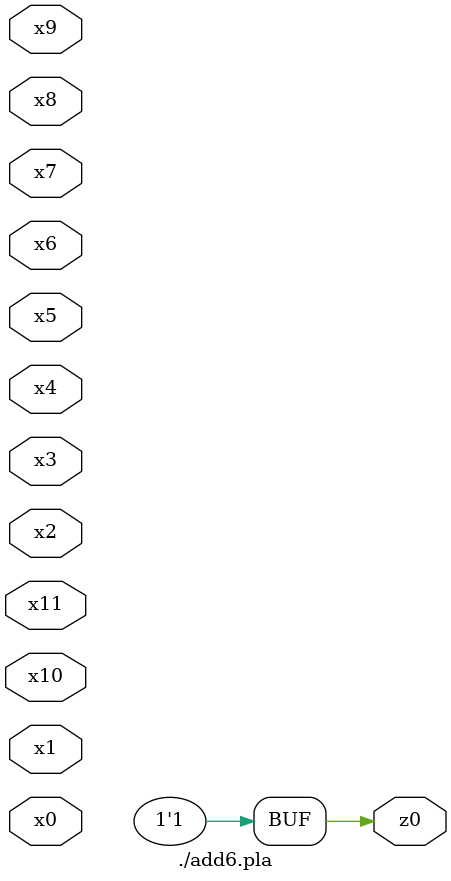
<source format=v>

module \./add6.pla  ( 
    x0, x1, x2, x3, x4, x5, x6, x7, x8, x9, x10, x11,
    z0  );
  input  x0, x1, x2, x3, x4, x5, x6, x7, x8, x9, x10, x11;
  output z0;
  assign z0 = 1'b1;
endmodule



</source>
